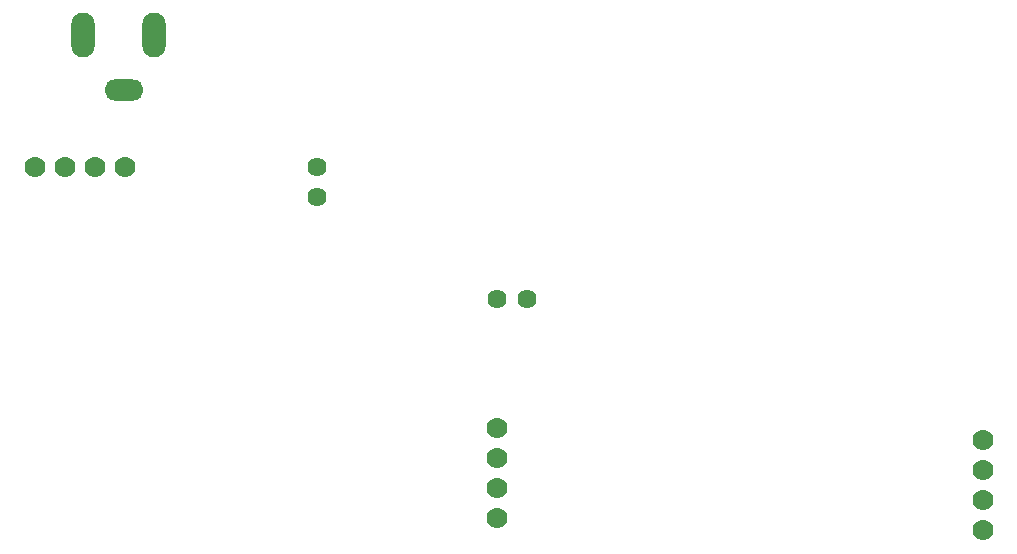
<source format=gbr>
G04*
G04 #@! TF.GenerationSoftware,Altium Limited,Altium Designer,24.1.2 (44)*
G04*
G04 Layer_Color=255*
%FSLAX25Y25*%
%MOIN*%
G70*
G04*
G04 #@! TF.SameCoordinates,8322A510-022E-4162-8CB1-5861A19C918E*
G04*
G04*
G04 #@! TF.FilePolarity,Positive*
G04*
G01*
G75*
%ADD31O,0.12992X0.07087*%
%ADD32O,0.07874X0.14961*%
%ADD33C,0.07000*%
%ADD34C,0.06378*%
D31*
X45779Y161693D02*
D03*
D32*
X32000Y180000D02*
D03*
X55622D02*
D03*
D33*
X36000Y136000D02*
D03*
X46000D02*
D03*
X16000D02*
D03*
X26000D02*
D03*
X170000Y29000D02*
D03*
Y19000D02*
D03*
Y49000D02*
D03*
Y39000D02*
D03*
X332000Y25000D02*
D03*
Y15000D02*
D03*
Y45000D02*
D03*
Y35000D02*
D03*
D34*
X110000Y126000D02*
D03*
Y136000D02*
D03*
X170000Y92000D02*
D03*
X180000D02*
D03*
M02*

</source>
